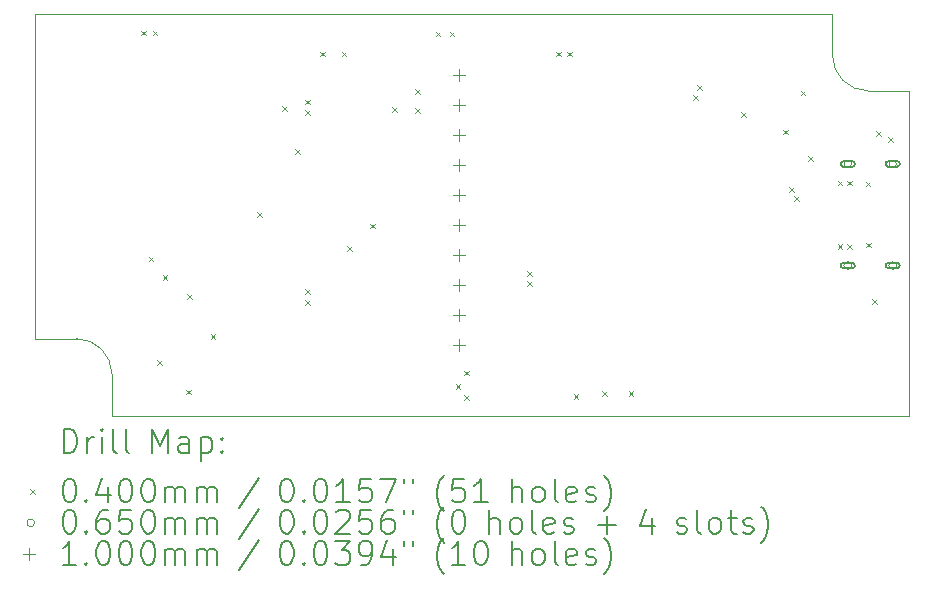
<source format=gbr>
%FSLAX45Y45*%
G04 Gerber Fmt 4.5, Leading zero omitted, Abs format (unit mm)*
G04 Created by KiCad (PCBNEW 6.99.0-unknown-58b8d63ff8~148~ubuntu20.04.1) date 2022-03-11 11:46:25*
%MOMM*%
%LPD*%
G01*
G04 APERTURE LIST*
%TA.AperFunction,Profile*%
%ADD10C,0.100000*%
%TD*%
%ADD11C,0.200000*%
%ADD12C,0.040000*%
%ADD13C,0.065000*%
%ADD14C,0.100000*%
G04 APERTURE END LIST*
D10*
X15750000Y-8600000D02*
X15750000Y-8950000D01*
X9650000Y-12000000D02*
X16400000Y-12000000D01*
X15750000Y-8950000D02*
G75*
G03*
X16050000Y-9250000I300000J0D01*
G01*
X9000000Y-11350000D02*
X9350000Y-11350000D01*
X16400000Y-9250000D02*
X16100000Y-9250000D01*
X16100000Y-9250000D02*
X16050000Y-9250000D01*
X15750000Y-8600000D02*
X9000000Y-8600000D01*
X9650000Y-12000000D02*
X9650000Y-11650000D01*
X9000000Y-8600000D02*
X9000000Y-11350000D01*
X16400000Y-12000000D02*
X16400000Y-9250000D01*
X9650000Y-11650000D02*
G75*
G03*
X9350000Y-11350000I-300000J0D01*
G01*
D11*
D12*
X9900000Y-8740000D02*
X9940000Y-8780000D01*
X9940000Y-8740000D02*
X9900000Y-8780000D01*
X9960000Y-10655000D02*
X10000000Y-10695000D01*
X10000000Y-10655000D02*
X9960000Y-10695000D01*
X9995000Y-8740000D02*
X10035000Y-8780000D01*
X10035000Y-8740000D02*
X9995000Y-8780000D01*
X10030000Y-11530000D02*
X10070000Y-11570000D01*
X10070000Y-11530000D02*
X10030000Y-11570000D01*
X10080000Y-10810000D02*
X10120000Y-10850000D01*
X10120000Y-10810000D02*
X10080000Y-10850000D01*
X10280000Y-11780000D02*
X10320000Y-11820000D01*
X10320000Y-11780000D02*
X10280000Y-11820000D01*
X10285000Y-10970000D02*
X10325000Y-11010000D01*
X10325000Y-10970000D02*
X10285000Y-11010000D01*
X10485000Y-11310000D02*
X10525000Y-11350000D01*
X10525000Y-11310000D02*
X10485000Y-11350000D01*
X10880000Y-10275000D02*
X10920000Y-10315000D01*
X10920000Y-10275000D02*
X10880000Y-10315000D01*
X11090000Y-9380000D02*
X11130000Y-9420000D01*
X11130000Y-9380000D02*
X11090000Y-9420000D01*
X11200000Y-9745000D02*
X11240000Y-9785000D01*
X11240000Y-9745000D02*
X11200000Y-9785000D01*
X11285000Y-9325000D02*
X11325000Y-9365000D01*
X11325000Y-9325000D02*
X11285000Y-9365000D01*
X11285000Y-9415000D02*
X11325000Y-9455000D01*
X11325000Y-9415000D02*
X11285000Y-9455000D01*
X11285000Y-10930000D02*
X11325000Y-10970000D01*
X11325000Y-10930000D02*
X11285000Y-10970000D01*
X11285000Y-11020000D02*
X11325000Y-11060000D01*
X11325000Y-11020000D02*
X11285000Y-11060000D01*
X11415000Y-8920000D02*
X11455000Y-8960000D01*
X11455000Y-8920000D02*
X11415000Y-8960000D01*
X11595000Y-8920000D02*
X11635000Y-8960000D01*
X11635000Y-8920000D02*
X11595000Y-8960000D01*
X11640000Y-10565000D02*
X11680000Y-10605000D01*
X11680000Y-10565000D02*
X11640000Y-10605000D01*
X11835000Y-10375000D02*
X11875000Y-10415000D01*
X11875000Y-10375000D02*
X11835000Y-10415000D01*
X12020000Y-9390000D02*
X12060000Y-9430000D01*
X12060000Y-9390000D02*
X12020000Y-9430000D01*
X12215000Y-9235000D02*
X12255000Y-9275000D01*
X12255000Y-9235000D02*
X12215000Y-9275000D01*
X12215000Y-9395000D02*
X12255000Y-9435000D01*
X12255000Y-9395000D02*
X12215000Y-9435000D01*
X12390000Y-8750000D02*
X12430000Y-8790000D01*
X12430000Y-8750000D02*
X12390000Y-8790000D01*
X12510000Y-8750000D02*
X12550000Y-8790000D01*
X12550000Y-8750000D02*
X12510000Y-8790000D01*
X12559324Y-11736874D02*
X12599324Y-11776874D01*
X12599324Y-11736874D02*
X12559324Y-11776874D01*
X12630000Y-11620000D02*
X12670000Y-11660000D01*
X12670000Y-11620000D02*
X12630000Y-11660000D01*
X12630000Y-11830000D02*
X12670000Y-11870000D01*
X12670000Y-11830000D02*
X12630000Y-11870000D01*
X13165000Y-10780000D02*
X13205000Y-10820000D01*
X13205000Y-10780000D02*
X13165000Y-10820000D01*
X13165000Y-10865000D02*
X13205000Y-10905000D01*
X13205000Y-10865000D02*
X13165000Y-10905000D01*
X13410000Y-8920000D02*
X13450000Y-8960000D01*
X13450000Y-8920000D02*
X13410000Y-8960000D01*
X13505000Y-8920000D02*
X13545000Y-8960000D01*
X13545000Y-8920000D02*
X13505000Y-8960000D01*
X13560000Y-11820000D02*
X13600000Y-11860000D01*
X13600000Y-11820000D02*
X13560000Y-11860000D01*
X13800000Y-11795000D02*
X13840000Y-11835000D01*
X13840000Y-11795000D02*
X13800000Y-11835000D01*
X14025000Y-11795000D02*
X14065000Y-11835000D01*
X14065000Y-11795000D02*
X14025000Y-11835000D01*
X14570000Y-9290000D02*
X14610000Y-9330000D01*
X14610000Y-9290000D02*
X14570000Y-9330000D01*
X14605000Y-9205000D02*
X14645000Y-9245000D01*
X14645000Y-9205000D02*
X14605000Y-9245000D01*
X14980000Y-9430000D02*
X15020000Y-9470000D01*
X15020000Y-9430000D02*
X14980000Y-9470000D01*
X15335000Y-9580000D02*
X15375000Y-9620000D01*
X15375000Y-9580000D02*
X15335000Y-9620000D01*
X15385000Y-10065000D02*
X15425000Y-10105000D01*
X15425000Y-10065000D02*
X15385000Y-10105000D01*
X15425000Y-10145000D02*
X15465000Y-10185000D01*
X15465000Y-10145000D02*
X15425000Y-10185000D01*
X15480000Y-9250000D02*
X15520000Y-9290000D01*
X15520000Y-9250000D02*
X15480000Y-9290000D01*
X15545000Y-9805000D02*
X15585000Y-9845000D01*
X15585000Y-9805000D02*
X15545000Y-9845000D01*
X15795000Y-10010000D02*
X15835000Y-10050000D01*
X15835000Y-10010000D02*
X15795000Y-10050000D01*
X15795000Y-10550000D02*
X15835000Y-10590000D01*
X15835000Y-10550000D02*
X15795000Y-10590000D01*
X15875000Y-10010000D02*
X15915000Y-10050000D01*
X15915000Y-10010000D02*
X15875000Y-10050000D01*
X15875000Y-10550000D02*
X15915000Y-10590000D01*
X15915000Y-10550000D02*
X15875000Y-10590000D01*
X16030000Y-10020000D02*
X16070000Y-10060000D01*
X16070000Y-10020000D02*
X16030000Y-10060000D01*
X16035000Y-10535000D02*
X16075000Y-10575000D01*
X16075000Y-10535000D02*
X16035000Y-10575000D01*
X16085000Y-11015000D02*
X16125000Y-11055000D01*
X16125000Y-11015000D02*
X16085000Y-11055000D01*
X16120000Y-9595000D02*
X16160000Y-9635000D01*
X16160000Y-9595000D02*
X16120000Y-9635000D01*
X16220000Y-9645000D02*
X16260000Y-9685000D01*
X16260000Y-9645000D02*
X16220000Y-9685000D01*
D13*
X15912500Y-9870000D02*
G75*
G03*
X15912500Y-9870000I-32500J0D01*
G01*
D11*
X15842500Y-9892500D02*
X15917500Y-9892500D01*
X15842500Y-9847500D02*
X15917500Y-9847500D01*
X15917500Y-9892500D02*
G75*
G03*
X15917500Y-9847500I0J22500D01*
G01*
X15842500Y-9847500D02*
G75*
G03*
X15842500Y-9892500I0J-22500D01*
G01*
D13*
X15912500Y-10730000D02*
G75*
G03*
X15912500Y-10730000I-32500J0D01*
G01*
D11*
X15842500Y-10752500D02*
X15917500Y-10752500D01*
X15842500Y-10707500D02*
X15917500Y-10707500D01*
X15917500Y-10752500D02*
G75*
G03*
X15917500Y-10707500I0J22500D01*
G01*
X15842500Y-10707500D02*
G75*
G03*
X15842500Y-10752500I0J-22500D01*
G01*
D13*
X16292500Y-9870000D02*
G75*
G03*
X16292500Y-9870000I-32500J0D01*
G01*
D11*
X16222500Y-9892500D02*
X16297500Y-9892500D01*
X16222500Y-9847500D02*
X16297500Y-9847500D01*
X16297500Y-9892500D02*
G75*
G03*
X16297500Y-9847500I0J22500D01*
G01*
X16222500Y-9847500D02*
G75*
G03*
X16222500Y-9892500I0J-22500D01*
G01*
D13*
X16292500Y-10730000D02*
G75*
G03*
X16292500Y-10730000I-32500J0D01*
G01*
D11*
X16222500Y-10752500D02*
X16297500Y-10752500D01*
X16222500Y-10707500D02*
X16297500Y-10707500D01*
X16297500Y-10752500D02*
G75*
G03*
X16297500Y-10707500I0J22500D01*
G01*
X16222500Y-10707500D02*
G75*
G03*
X16222500Y-10752500I0J-22500D01*
G01*
D14*
X12590000Y-9069000D02*
X12590000Y-9169000D01*
X12540000Y-9119000D02*
X12640000Y-9119000D01*
X12590000Y-9323000D02*
X12590000Y-9423000D01*
X12540000Y-9373000D02*
X12640000Y-9373000D01*
X12590000Y-9577000D02*
X12590000Y-9677000D01*
X12540000Y-9627000D02*
X12640000Y-9627000D01*
X12590000Y-9831000D02*
X12590000Y-9931000D01*
X12540000Y-9881000D02*
X12640000Y-9881000D01*
X12590000Y-10085000D02*
X12590000Y-10185000D01*
X12540000Y-10135000D02*
X12640000Y-10135000D01*
X12590000Y-10339000D02*
X12590000Y-10439000D01*
X12540000Y-10389000D02*
X12640000Y-10389000D01*
X12590000Y-10593000D02*
X12590000Y-10693000D01*
X12540000Y-10643000D02*
X12640000Y-10643000D01*
X12590000Y-10847000D02*
X12590000Y-10947000D01*
X12540000Y-10897000D02*
X12640000Y-10897000D01*
X12590000Y-11101000D02*
X12590000Y-11201000D01*
X12540000Y-11151000D02*
X12640000Y-11151000D01*
X12590000Y-11355000D02*
X12590000Y-11455000D01*
X12540000Y-11405000D02*
X12640000Y-11405000D01*
D11*
X9242619Y-12315476D02*
X9242619Y-12115476D01*
X9242619Y-12115476D02*
X9290238Y-12115476D01*
X9290238Y-12115476D02*
X9318810Y-12125000D01*
X9318810Y-12125000D02*
X9337857Y-12144048D01*
X9337857Y-12144048D02*
X9347381Y-12163095D01*
X9347381Y-12163095D02*
X9356905Y-12201190D01*
X9356905Y-12201190D02*
X9356905Y-12229762D01*
X9356905Y-12229762D02*
X9347381Y-12267857D01*
X9347381Y-12267857D02*
X9337857Y-12286905D01*
X9337857Y-12286905D02*
X9318810Y-12305952D01*
X9318810Y-12305952D02*
X9290238Y-12315476D01*
X9290238Y-12315476D02*
X9242619Y-12315476D01*
X9442619Y-12315476D02*
X9442619Y-12182143D01*
X9442619Y-12220238D02*
X9452143Y-12201190D01*
X9452143Y-12201190D02*
X9461667Y-12191667D01*
X9461667Y-12191667D02*
X9480714Y-12182143D01*
X9480714Y-12182143D02*
X9499762Y-12182143D01*
X9566429Y-12315476D02*
X9566429Y-12182143D01*
X9566429Y-12115476D02*
X9556905Y-12125000D01*
X9556905Y-12125000D02*
X9566429Y-12134524D01*
X9566429Y-12134524D02*
X9575952Y-12125000D01*
X9575952Y-12125000D02*
X9566429Y-12115476D01*
X9566429Y-12115476D02*
X9566429Y-12134524D01*
X9690238Y-12315476D02*
X9671190Y-12305952D01*
X9671190Y-12305952D02*
X9661667Y-12286905D01*
X9661667Y-12286905D02*
X9661667Y-12115476D01*
X9795000Y-12315476D02*
X9775952Y-12305952D01*
X9775952Y-12305952D02*
X9766429Y-12286905D01*
X9766429Y-12286905D02*
X9766429Y-12115476D01*
X9991190Y-12315476D02*
X9991190Y-12115476D01*
X9991190Y-12115476D02*
X10057857Y-12258333D01*
X10057857Y-12258333D02*
X10124524Y-12115476D01*
X10124524Y-12115476D02*
X10124524Y-12315476D01*
X10305476Y-12315476D02*
X10305476Y-12210714D01*
X10305476Y-12210714D02*
X10295952Y-12191667D01*
X10295952Y-12191667D02*
X10276905Y-12182143D01*
X10276905Y-12182143D02*
X10238809Y-12182143D01*
X10238809Y-12182143D02*
X10219762Y-12191667D01*
X10305476Y-12305952D02*
X10286429Y-12315476D01*
X10286429Y-12315476D02*
X10238809Y-12315476D01*
X10238809Y-12315476D02*
X10219762Y-12305952D01*
X10219762Y-12305952D02*
X10210238Y-12286905D01*
X10210238Y-12286905D02*
X10210238Y-12267857D01*
X10210238Y-12267857D02*
X10219762Y-12248809D01*
X10219762Y-12248809D02*
X10238809Y-12239286D01*
X10238809Y-12239286D02*
X10286429Y-12239286D01*
X10286429Y-12239286D02*
X10305476Y-12229762D01*
X10400714Y-12182143D02*
X10400714Y-12382143D01*
X10400714Y-12191667D02*
X10419762Y-12182143D01*
X10419762Y-12182143D02*
X10457857Y-12182143D01*
X10457857Y-12182143D02*
X10476905Y-12191667D01*
X10476905Y-12191667D02*
X10486429Y-12201190D01*
X10486429Y-12201190D02*
X10495952Y-12220238D01*
X10495952Y-12220238D02*
X10495952Y-12277381D01*
X10495952Y-12277381D02*
X10486429Y-12296428D01*
X10486429Y-12296428D02*
X10476905Y-12305952D01*
X10476905Y-12305952D02*
X10457857Y-12315476D01*
X10457857Y-12315476D02*
X10419762Y-12315476D01*
X10419762Y-12315476D02*
X10400714Y-12305952D01*
X10581667Y-12296428D02*
X10591190Y-12305952D01*
X10591190Y-12305952D02*
X10581667Y-12315476D01*
X10581667Y-12315476D02*
X10572143Y-12305952D01*
X10572143Y-12305952D02*
X10581667Y-12296428D01*
X10581667Y-12296428D02*
X10581667Y-12315476D01*
X10581667Y-12191667D02*
X10591190Y-12201190D01*
X10591190Y-12201190D02*
X10581667Y-12210714D01*
X10581667Y-12210714D02*
X10572143Y-12201190D01*
X10572143Y-12201190D02*
X10581667Y-12191667D01*
X10581667Y-12191667D02*
X10581667Y-12210714D01*
D12*
X8955000Y-12625000D02*
X8995000Y-12665000D01*
X8995000Y-12625000D02*
X8955000Y-12665000D01*
D11*
X9280714Y-12535476D02*
X9299762Y-12535476D01*
X9299762Y-12535476D02*
X9318810Y-12545000D01*
X9318810Y-12545000D02*
X9328333Y-12554524D01*
X9328333Y-12554524D02*
X9337857Y-12573571D01*
X9337857Y-12573571D02*
X9347381Y-12611667D01*
X9347381Y-12611667D02*
X9347381Y-12659286D01*
X9347381Y-12659286D02*
X9337857Y-12697381D01*
X9337857Y-12697381D02*
X9328333Y-12716428D01*
X9328333Y-12716428D02*
X9318810Y-12725952D01*
X9318810Y-12725952D02*
X9299762Y-12735476D01*
X9299762Y-12735476D02*
X9280714Y-12735476D01*
X9280714Y-12735476D02*
X9261667Y-12725952D01*
X9261667Y-12725952D02*
X9252143Y-12716428D01*
X9252143Y-12716428D02*
X9242619Y-12697381D01*
X9242619Y-12697381D02*
X9233095Y-12659286D01*
X9233095Y-12659286D02*
X9233095Y-12611667D01*
X9233095Y-12611667D02*
X9242619Y-12573571D01*
X9242619Y-12573571D02*
X9252143Y-12554524D01*
X9252143Y-12554524D02*
X9261667Y-12545000D01*
X9261667Y-12545000D02*
X9280714Y-12535476D01*
X9433095Y-12716428D02*
X9442619Y-12725952D01*
X9442619Y-12725952D02*
X9433095Y-12735476D01*
X9433095Y-12735476D02*
X9423571Y-12725952D01*
X9423571Y-12725952D02*
X9433095Y-12716428D01*
X9433095Y-12716428D02*
X9433095Y-12735476D01*
X9614048Y-12602143D02*
X9614048Y-12735476D01*
X9566429Y-12525952D02*
X9518810Y-12668809D01*
X9518810Y-12668809D02*
X9642619Y-12668809D01*
X9756905Y-12535476D02*
X9775952Y-12535476D01*
X9775952Y-12535476D02*
X9795000Y-12545000D01*
X9795000Y-12545000D02*
X9804524Y-12554524D01*
X9804524Y-12554524D02*
X9814048Y-12573571D01*
X9814048Y-12573571D02*
X9823571Y-12611667D01*
X9823571Y-12611667D02*
X9823571Y-12659286D01*
X9823571Y-12659286D02*
X9814048Y-12697381D01*
X9814048Y-12697381D02*
X9804524Y-12716428D01*
X9804524Y-12716428D02*
X9795000Y-12725952D01*
X9795000Y-12725952D02*
X9775952Y-12735476D01*
X9775952Y-12735476D02*
X9756905Y-12735476D01*
X9756905Y-12735476D02*
X9737857Y-12725952D01*
X9737857Y-12725952D02*
X9728333Y-12716428D01*
X9728333Y-12716428D02*
X9718810Y-12697381D01*
X9718810Y-12697381D02*
X9709286Y-12659286D01*
X9709286Y-12659286D02*
X9709286Y-12611667D01*
X9709286Y-12611667D02*
X9718810Y-12573571D01*
X9718810Y-12573571D02*
X9728333Y-12554524D01*
X9728333Y-12554524D02*
X9737857Y-12545000D01*
X9737857Y-12545000D02*
X9756905Y-12535476D01*
X9947381Y-12535476D02*
X9966429Y-12535476D01*
X9966429Y-12535476D02*
X9985476Y-12545000D01*
X9985476Y-12545000D02*
X9995000Y-12554524D01*
X9995000Y-12554524D02*
X10004524Y-12573571D01*
X10004524Y-12573571D02*
X10014048Y-12611667D01*
X10014048Y-12611667D02*
X10014048Y-12659286D01*
X10014048Y-12659286D02*
X10004524Y-12697381D01*
X10004524Y-12697381D02*
X9995000Y-12716428D01*
X9995000Y-12716428D02*
X9985476Y-12725952D01*
X9985476Y-12725952D02*
X9966429Y-12735476D01*
X9966429Y-12735476D02*
X9947381Y-12735476D01*
X9947381Y-12735476D02*
X9928333Y-12725952D01*
X9928333Y-12725952D02*
X9918810Y-12716428D01*
X9918810Y-12716428D02*
X9909286Y-12697381D01*
X9909286Y-12697381D02*
X9899762Y-12659286D01*
X9899762Y-12659286D02*
X9899762Y-12611667D01*
X9899762Y-12611667D02*
X9909286Y-12573571D01*
X9909286Y-12573571D02*
X9918810Y-12554524D01*
X9918810Y-12554524D02*
X9928333Y-12545000D01*
X9928333Y-12545000D02*
X9947381Y-12535476D01*
X10099762Y-12735476D02*
X10099762Y-12602143D01*
X10099762Y-12621190D02*
X10109286Y-12611667D01*
X10109286Y-12611667D02*
X10128333Y-12602143D01*
X10128333Y-12602143D02*
X10156905Y-12602143D01*
X10156905Y-12602143D02*
X10175952Y-12611667D01*
X10175952Y-12611667D02*
X10185476Y-12630714D01*
X10185476Y-12630714D02*
X10185476Y-12735476D01*
X10185476Y-12630714D02*
X10195000Y-12611667D01*
X10195000Y-12611667D02*
X10214048Y-12602143D01*
X10214048Y-12602143D02*
X10242619Y-12602143D01*
X10242619Y-12602143D02*
X10261667Y-12611667D01*
X10261667Y-12611667D02*
X10271191Y-12630714D01*
X10271191Y-12630714D02*
X10271191Y-12735476D01*
X10366429Y-12735476D02*
X10366429Y-12602143D01*
X10366429Y-12621190D02*
X10375952Y-12611667D01*
X10375952Y-12611667D02*
X10395000Y-12602143D01*
X10395000Y-12602143D02*
X10423572Y-12602143D01*
X10423572Y-12602143D02*
X10442619Y-12611667D01*
X10442619Y-12611667D02*
X10452143Y-12630714D01*
X10452143Y-12630714D02*
X10452143Y-12735476D01*
X10452143Y-12630714D02*
X10461667Y-12611667D01*
X10461667Y-12611667D02*
X10480714Y-12602143D01*
X10480714Y-12602143D02*
X10509286Y-12602143D01*
X10509286Y-12602143D02*
X10528333Y-12611667D01*
X10528333Y-12611667D02*
X10537857Y-12630714D01*
X10537857Y-12630714D02*
X10537857Y-12735476D01*
X10895952Y-12525952D02*
X10724524Y-12783095D01*
X11120714Y-12535476D02*
X11139762Y-12535476D01*
X11139762Y-12535476D02*
X11158810Y-12545000D01*
X11158810Y-12545000D02*
X11168333Y-12554524D01*
X11168333Y-12554524D02*
X11177857Y-12573571D01*
X11177857Y-12573571D02*
X11187381Y-12611667D01*
X11187381Y-12611667D02*
X11187381Y-12659286D01*
X11187381Y-12659286D02*
X11177857Y-12697381D01*
X11177857Y-12697381D02*
X11168333Y-12716428D01*
X11168333Y-12716428D02*
X11158810Y-12725952D01*
X11158810Y-12725952D02*
X11139762Y-12735476D01*
X11139762Y-12735476D02*
X11120714Y-12735476D01*
X11120714Y-12735476D02*
X11101667Y-12725952D01*
X11101667Y-12725952D02*
X11092143Y-12716428D01*
X11092143Y-12716428D02*
X11082619Y-12697381D01*
X11082619Y-12697381D02*
X11073095Y-12659286D01*
X11073095Y-12659286D02*
X11073095Y-12611667D01*
X11073095Y-12611667D02*
X11082619Y-12573571D01*
X11082619Y-12573571D02*
X11092143Y-12554524D01*
X11092143Y-12554524D02*
X11101667Y-12545000D01*
X11101667Y-12545000D02*
X11120714Y-12535476D01*
X11273095Y-12716428D02*
X11282619Y-12725952D01*
X11282619Y-12725952D02*
X11273095Y-12735476D01*
X11273095Y-12735476D02*
X11263571Y-12725952D01*
X11263571Y-12725952D02*
X11273095Y-12716428D01*
X11273095Y-12716428D02*
X11273095Y-12735476D01*
X11406429Y-12535476D02*
X11425476Y-12535476D01*
X11425476Y-12535476D02*
X11444524Y-12545000D01*
X11444524Y-12545000D02*
X11454048Y-12554524D01*
X11454048Y-12554524D02*
X11463571Y-12573571D01*
X11463571Y-12573571D02*
X11473095Y-12611667D01*
X11473095Y-12611667D02*
X11473095Y-12659286D01*
X11473095Y-12659286D02*
X11463571Y-12697381D01*
X11463571Y-12697381D02*
X11454048Y-12716428D01*
X11454048Y-12716428D02*
X11444524Y-12725952D01*
X11444524Y-12725952D02*
X11425476Y-12735476D01*
X11425476Y-12735476D02*
X11406429Y-12735476D01*
X11406429Y-12735476D02*
X11387381Y-12725952D01*
X11387381Y-12725952D02*
X11377857Y-12716428D01*
X11377857Y-12716428D02*
X11368333Y-12697381D01*
X11368333Y-12697381D02*
X11358810Y-12659286D01*
X11358810Y-12659286D02*
X11358810Y-12611667D01*
X11358810Y-12611667D02*
X11368333Y-12573571D01*
X11368333Y-12573571D02*
X11377857Y-12554524D01*
X11377857Y-12554524D02*
X11387381Y-12545000D01*
X11387381Y-12545000D02*
X11406429Y-12535476D01*
X11663571Y-12735476D02*
X11549286Y-12735476D01*
X11606429Y-12735476D02*
X11606429Y-12535476D01*
X11606429Y-12535476D02*
X11587381Y-12564048D01*
X11587381Y-12564048D02*
X11568333Y-12583095D01*
X11568333Y-12583095D02*
X11549286Y-12592619D01*
X11844524Y-12535476D02*
X11749286Y-12535476D01*
X11749286Y-12535476D02*
X11739762Y-12630714D01*
X11739762Y-12630714D02*
X11749286Y-12621190D01*
X11749286Y-12621190D02*
X11768333Y-12611667D01*
X11768333Y-12611667D02*
X11815952Y-12611667D01*
X11815952Y-12611667D02*
X11835000Y-12621190D01*
X11835000Y-12621190D02*
X11844524Y-12630714D01*
X11844524Y-12630714D02*
X11854048Y-12649762D01*
X11854048Y-12649762D02*
X11854048Y-12697381D01*
X11854048Y-12697381D02*
X11844524Y-12716428D01*
X11844524Y-12716428D02*
X11835000Y-12725952D01*
X11835000Y-12725952D02*
X11815952Y-12735476D01*
X11815952Y-12735476D02*
X11768333Y-12735476D01*
X11768333Y-12735476D02*
X11749286Y-12725952D01*
X11749286Y-12725952D02*
X11739762Y-12716428D01*
X11920714Y-12535476D02*
X12054048Y-12535476D01*
X12054048Y-12535476D02*
X11968333Y-12735476D01*
X12120714Y-12535476D02*
X12120714Y-12573571D01*
X12196905Y-12535476D02*
X12196905Y-12573571D01*
X12459762Y-12811667D02*
X12450238Y-12802143D01*
X12450238Y-12802143D02*
X12431191Y-12773571D01*
X12431191Y-12773571D02*
X12421667Y-12754524D01*
X12421667Y-12754524D02*
X12412143Y-12725952D01*
X12412143Y-12725952D02*
X12402619Y-12678333D01*
X12402619Y-12678333D02*
X12402619Y-12640238D01*
X12402619Y-12640238D02*
X12412143Y-12592619D01*
X12412143Y-12592619D02*
X12421667Y-12564048D01*
X12421667Y-12564048D02*
X12431191Y-12545000D01*
X12431191Y-12545000D02*
X12450238Y-12516428D01*
X12450238Y-12516428D02*
X12459762Y-12506905D01*
X12631191Y-12535476D02*
X12535952Y-12535476D01*
X12535952Y-12535476D02*
X12526429Y-12630714D01*
X12526429Y-12630714D02*
X12535952Y-12621190D01*
X12535952Y-12621190D02*
X12555000Y-12611667D01*
X12555000Y-12611667D02*
X12602619Y-12611667D01*
X12602619Y-12611667D02*
X12621667Y-12621190D01*
X12621667Y-12621190D02*
X12631191Y-12630714D01*
X12631191Y-12630714D02*
X12640714Y-12649762D01*
X12640714Y-12649762D02*
X12640714Y-12697381D01*
X12640714Y-12697381D02*
X12631191Y-12716428D01*
X12631191Y-12716428D02*
X12621667Y-12725952D01*
X12621667Y-12725952D02*
X12602619Y-12735476D01*
X12602619Y-12735476D02*
X12555000Y-12735476D01*
X12555000Y-12735476D02*
X12535952Y-12725952D01*
X12535952Y-12725952D02*
X12526429Y-12716428D01*
X12831191Y-12735476D02*
X12716905Y-12735476D01*
X12774048Y-12735476D02*
X12774048Y-12535476D01*
X12774048Y-12535476D02*
X12755000Y-12564048D01*
X12755000Y-12564048D02*
X12735952Y-12583095D01*
X12735952Y-12583095D02*
X12716905Y-12592619D01*
X13036905Y-12735476D02*
X13036905Y-12535476D01*
X13122619Y-12735476D02*
X13122619Y-12630714D01*
X13122619Y-12630714D02*
X13113095Y-12611667D01*
X13113095Y-12611667D02*
X13094048Y-12602143D01*
X13094048Y-12602143D02*
X13065476Y-12602143D01*
X13065476Y-12602143D02*
X13046429Y-12611667D01*
X13046429Y-12611667D02*
X13036905Y-12621190D01*
X13246429Y-12735476D02*
X13227381Y-12725952D01*
X13227381Y-12725952D02*
X13217857Y-12716428D01*
X13217857Y-12716428D02*
X13208333Y-12697381D01*
X13208333Y-12697381D02*
X13208333Y-12640238D01*
X13208333Y-12640238D02*
X13217857Y-12621190D01*
X13217857Y-12621190D02*
X13227381Y-12611667D01*
X13227381Y-12611667D02*
X13246429Y-12602143D01*
X13246429Y-12602143D02*
X13275000Y-12602143D01*
X13275000Y-12602143D02*
X13294048Y-12611667D01*
X13294048Y-12611667D02*
X13303572Y-12621190D01*
X13303572Y-12621190D02*
X13313095Y-12640238D01*
X13313095Y-12640238D02*
X13313095Y-12697381D01*
X13313095Y-12697381D02*
X13303572Y-12716428D01*
X13303572Y-12716428D02*
X13294048Y-12725952D01*
X13294048Y-12725952D02*
X13275000Y-12735476D01*
X13275000Y-12735476D02*
X13246429Y-12735476D01*
X13427381Y-12735476D02*
X13408333Y-12725952D01*
X13408333Y-12725952D02*
X13398810Y-12706905D01*
X13398810Y-12706905D02*
X13398810Y-12535476D01*
X13579762Y-12725952D02*
X13560714Y-12735476D01*
X13560714Y-12735476D02*
X13522619Y-12735476D01*
X13522619Y-12735476D02*
X13503572Y-12725952D01*
X13503572Y-12725952D02*
X13494048Y-12706905D01*
X13494048Y-12706905D02*
X13494048Y-12630714D01*
X13494048Y-12630714D02*
X13503572Y-12611667D01*
X13503572Y-12611667D02*
X13522619Y-12602143D01*
X13522619Y-12602143D02*
X13560714Y-12602143D01*
X13560714Y-12602143D02*
X13579762Y-12611667D01*
X13579762Y-12611667D02*
X13589286Y-12630714D01*
X13589286Y-12630714D02*
X13589286Y-12649762D01*
X13589286Y-12649762D02*
X13494048Y-12668809D01*
X13665476Y-12725952D02*
X13684524Y-12735476D01*
X13684524Y-12735476D02*
X13722619Y-12735476D01*
X13722619Y-12735476D02*
X13741667Y-12725952D01*
X13741667Y-12725952D02*
X13751191Y-12706905D01*
X13751191Y-12706905D02*
X13751191Y-12697381D01*
X13751191Y-12697381D02*
X13741667Y-12678333D01*
X13741667Y-12678333D02*
X13722619Y-12668809D01*
X13722619Y-12668809D02*
X13694048Y-12668809D01*
X13694048Y-12668809D02*
X13675000Y-12659286D01*
X13675000Y-12659286D02*
X13665476Y-12640238D01*
X13665476Y-12640238D02*
X13665476Y-12630714D01*
X13665476Y-12630714D02*
X13675000Y-12611667D01*
X13675000Y-12611667D02*
X13694048Y-12602143D01*
X13694048Y-12602143D02*
X13722619Y-12602143D01*
X13722619Y-12602143D02*
X13741667Y-12611667D01*
X13817857Y-12811667D02*
X13827381Y-12802143D01*
X13827381Y-12802143D02*
X13846429Y-12773571D01*
X13846429Y-12773571D02*
X13855953Y-12754524D01*
X13855953Y-12754524D02*
X13865476Y-12725952D01*
X13865476Y-12725952D02*
X13875000Y-12678333D01*
X13875000Y-12678333D02*
X13875000Y-12640238D01*
X13875000Y-12640238D02*
X13865476Y-12592619D01*
X13865476Y-12592619D02*
X13855953Y-12564048D01*
X13855953Y-12564048D02*
X13846429Y-12545000D01*
X13846429Y-12545000D02*
X13827381Y-12516428D01*
X13827381Y-12516428D02*
X13817857Y-12506905D01*
D13*
X8995000Y-12909000D02*
G75*
G03*
X8995000Y-12909000I-32500J0D01*
G01*
D11*
X9280714Y-12799476D02*
X9299762Y-12799476D01*
X9299762Y-12799476D02*
X9318810Y-12809000D01*
X9318810Y-12809000D02*
X9328333Y-12818524D01*
X9328333Y-12818524D02*
X9337857Y-12837571D01*
X9337857Y-12837571D02*
X9347381Y-12875667D01*
X9347381Y-12875667D02*
X9347381Y-12923286D01*
X9347381Y-12923286D02*
X9337857Y-12961381D01*
X9337857Y-12961381D02*
X9328333Y-12980428D01*
X9328333Y-12980428D02*
X9318810Y-12989952D01*
X9318810Y-12989952D02*
X9299762Y-12999476D01*
X9299762Y-12999476D02*
X9280714Y-12999476D01*
X9280714Y-12999476D02*
X9261667Y-12989952D01*
X9261667Y-12989952D02*
X9252143Y-12980428D01*
X9252143Y-12980428D02*
X9242619Y-12961381D01*
X9242619Y-12961381D02*
X9233095Y-12923286D01*
X9233095Y-12923286D02*
X9233095Y-12875667D01*
X9233095Y-12875667D02*
X9242619Y-12837571D01*
X9242619Y-12837571D02*
X9252143Y-12818524D01*
X9252143Y-12818524D02*
X9261667Y-12809000D01*
X9261667Y-12809000D02*
X9280714Y-12799476D01*
X9433095Y-12980428D02*
X9442619Y-12989952D01*
X9442619Y-12989952D02*
X9433095Y-12999476D01*
X9433095Y-12999476D02*
X9423571Y-12989952D01*
X9423571Y-12989952D02*
X9433095Y-12980428D01*
X9433095Y-12980428D02*
X9433095Y-12999476D01*
X9614048Y-12799476D02*
X9575952Y-12799476D01*
X9575952Y-12799476D02*
X9556905Y-12809000D01*
X9556905Y-12809000D02*
X9547381Y-12818524D01*
X9547381Y-12818524D02*
X9528333Y-12847095D01*
X9528333Y-12847095D02*
X9518810Y-12885190D01*
X9518810Y-12885190D02*
X9518810Y-12961381D01*
X9518810Y-12961381D02*
X9528333Y-12980428D01*
X9528333Y-12980428D02*
X9537857Y-12989952D01*
X9537857Y-12989952D02*
X9556905Y-12999476D01*
X9556905Y-12999476D02*
X9595000Y-12999476D01*
X9595000Y-12999476D02*
X9614048Y-12989952D01*
X9614048Y-12989952D02*
X9623571Y-12980428D01*
X9623571Y-12980428D02*
X9633095Y-12961381D01*
X9633095Y-12961381D02*
X9633095Y-12913762D01*
X9633095Y-12913762D02*
X9623571Y-12894714D01*
X9623571Y-12894714D02*
X9614048Y-12885190D01*
X9614048Y-12885190D02*
X9595000Y-12875667D01*
X9595000Y-12875667D02*
X9556905Y-12875667D01*
X9556905Y-12875667D02*
X9537857Y-12885190D01*
X9537857Y-12885190D02*
X9528333Y-12894714D01*
X9528333Y-12894714D02*
X9518810Y-12913762D01*
X9814048Y-12799476D02*
X9718810Y-12799476D01*
X9718810Y-12799476D02*
X9709286Y-12894714D01*
X9709286Y-12894714D02*
X9718810Y-12885190D01*
X9718810Y-12885190D02*
X9737857Y-12875667D01*
X9737857Y-12875667D02*
X9785476Y-12875667D01*
X9785476Y-12875667D02*
X9804524Y-12885190D01*
X9804524Y-12885190D02*
X9814048Y-12894714D01*
X9814048Y-12894714D02*
X9823571Y-12913762D01*
X9823571Y-12913762D02*
X9823571Y-12961381D01*
X9823571Y-12961381D02*
X9814048Y-12980428D01*
X9814048Y-12980428D02*
X9804524Y-12989952D01*
X9804524Y-12989952D02*
X9785476Y-12999476D01*
X9785476Y-12999476D02*
X9737857Y-12999476D01*
X9737857Y-12999476D02*
X9718810Y-12989952D01*
X9718810Y-12989952D02*
X9709286Y-12980428D01*
X9947381Y-12799476D02*
X9966429Y-12799476D01*
X9966429Y-12799476D02*
X9985476Y-12809000D01*
X9985476Y-12809000D02*
X9995000Y-12818524D01*
X9995000Y-12818524D02*
X10004524Y-12837571D01*
X10004524Y-12837571D02*
X10014048Y-12875667D01*
X10014048Y-12875667D02*
X10014048Y-12923286D01*
X10014048Y-12923286D02*
X10004524Y-12961381D01*
X10004524Y-12961381D02*
X9995000Y-12980428D01*
X9995000Y-12980428D02*
X9985476Y-12989952D01*
X9985476Y-12989952D02*
X9966429Y-12999476D01*
X9966429Y-12999476D02*
X9947381Y-12999476D01*
X9947381Y-12999476D02*
X9928333Y-12989952D01*
X9928333Y-12989952D02*
X9918810Y-12980428D01*
X9918810Y-12980428D02*
X9909286Y-12961381D01*
X9909286Y-12961381D02*
X9899762Y-12923286D01*
X9899762Y-12923286D02*
X9899762Y-12875667D01*
X9899762Y-12875667D02*
X9909286Y-12837571D01*
X9909286Y-12837571D02*
X9918810Y-12818524D01*
X9918810Y-12818524D02*
X9928333Y-12809000D01*
X9928333Y-12809000D02*
X9947381Y-12799476D01*
X10099762Y-12999476D02*
X10099762Y-12866143D01*
X10099762Y-12885190D02*
X10109286Y-12875667D01*
X10109286Y-12875667D02*
X10128333Y-12866143D01*
X10128333Y-12866143D02*
X10156905Y-12866143D01*
X10156905Y-12866143D02*
X10175952Y-12875667D01*
X10175952Y-12875667D02*
X10185476Y-12894714D01*
X10185476Y-12894714D02*
X10185476Y-12999476D01*
X10185476Y-12894714D02*
X10195000Y-12875667D01*
X10195000Y-12875667D02*
X10214048Y-12866143D01*
X10214048Y-12866143D02*
X10242619Y-12866143D01*
X10242619Y-12866143D02*
X10261667Y-12875667D01*
X10261667Y-12875667D02*
X10271191Y-12894714D01*
X10271191Y-12894714D02*
X10271191Y-12999476D01*
X10366429Y-12999476D02*
X10366429Y-12866143D01*
X10366429Y-12885190D02*
X10375952Y-12875667D01*
X10375952Y-12875667D02*
X10395000Y-12866143D01*
X10395000Y-12866143D02*
X10423572Y-12866143D01*
X10423572Y-12866143D02*
X10442619Y-12875667D01*
X10442619Y-12875667D02*
X10452143Y-12894714D01*
X10452143Y-12894714D02*
X10452143Y-12999476D01*
X10452143Y-12894714D02*
X10461667Y-12875667D01*
X10461667Y-12875667D02*
X10480714Y-12866143D01*
X10480714Y-12866143D02*
X10509286Y-12866143D01*
X10509286Y-12866143D02*
X10528333Y-12875667D01*
X10528333Y-12875667D02*
X10537857Y-12894714D01*
X10537857Y-12894714D02*
X10537857Y-12999476D01*
X10895952Y-12789952D02*
X10724524Y-13047095D01*
X11120714Y-12799476D02*
X11139762Y-12799476D01*
X11139762Y-12799476D02*
X11158810Y-12809000D01*
X11158810Y-12809000D02*
X11168333Y-12818524D01*
X11168333Y-12818524D02*
X11177857Y-12837571D01*
X11177857Y-12837571D02*
X11187381Y-12875667D01*
X11187381Y-12875667D02*
X11187381Y-12923286D01*
X11187381Y-12923286D02*
X11177857Y-12961381D01*
X11177857Y-12961381D02*
X11168333Y-12980428D01*
X11168333Y-12980428D02*
X11158810Y-12989952D01*
X11158810Y-12989952D02*
X11139762Y-12999476D01*
X11139762Y-12999476D02*
X11120714Y-12999476D01*
X11120714Y-12999476D02*
X11101667Y-12989952D01*
X11101667Y-12989952D02*
X11092143Y-12980428D01*
X11092143Y-12980428D02*
X11082619Y-12961381D01*
X11082619Y-12961381D02*
X11073095Y-12923286D01*
X11073095Y-12923286D02*
X11073095Y-12875667D01*
X11073095Y-12875667D02*
X11082619Y-12837571D01*
X11082619Y-12837571D02*
X11092143Y-12818524D01*
X11092143Y-12818524D02*
X11101667Y-12809000D01*
X11101667Y-12809000D02*
X11120714Y-12799476D01*
X11273095Y-12980428D02*
X11282619Y-12989952D01*
X11282619Y-12989952D02*
X11273095Y-12999476D01*
X11273095Y-12999476D02*
X11263571Y-12989952D01*
X11263571Y-12989952D02*
X11273095Y-12980428D01*
X11273095Y-12980428D02*
X11273095Y-12999476D01*
X11406429Y-12799476D02*
X11425476Y-12799476D01*
X11425476Y-12799476D02*
X11444524Y-12809000D01*
X11444524Y-12809000D02*
X11454048Y-12818524D01*
X11454048Y-12818524D02*
X11463571Y-12837571D01*
X11463571Y-12837571D02*
X11473095Y-12875667D01*
X11473095Y-12875667D02*
X11473095Y-12923286D01*
X11473095Y-12923286D02*
X11463571Y-12961381D01*
X11463571Y-12961381D02*
X11454048Y-12980428D01*
X11454048Y-12980428D02*
X11444524Y-12989952D01*
X11444524Y-12989952D02*
X11425476Y-12999476D01*
X11425476Y-12999476D02*
X11406429Y-12999476D01*
X11406429Y-12999476D02*
X11387381Y-12989952D01*
X11387381Y-12989952D02*
X11377857Y-12980428D01*
X11377857Y-12980428D02*
X11368333Y-12961381D01*
X11368333Y-12961381D02*
X11358810Y-12923286D01*
X11358810Y-12923286D02*
X11358810Y-12875667D01*
X11358810Y-12875667D02*
X11368333Y-12837571D01*
X11368333Y-12837571D02*
X11377857Y-12818524D01*
X11377857Y-12818524D02*
X11387381Y-12809000D01*
X11387381Y-12809000D02*
X11406429Y-12799476D01*
X11549286Y-12818524D02*
X11558810Y-12809000D01*
X11558810Y-12809000D02*
X11577857Y-12799476D01*
X11577857Y-12799476D02*
X11625476Y-12799476D01*
X11625476Y-12799476D02*
X11644524Y-12809000D01*
X11644524Y-12809000D02*
X11654048Y-12818524D01*
X11654048Y-12818524D02*
X11663571Y-12837571D01*
X11663571Y-12837571D02*
X11663571Y-12856619D01*
X11663571Y-12856619D02*
X11654048Y-12885190D01*
X11654048Y-12885190D02*
X11539762Y-12999476D01*
X11539762Y-12999476D02*
X11663571Y-12999476D01*
X11844524Y-12799476D02*
X11749286Y-12799476D01*
X11749286Y-12799476D02*
X11739762Y-12894714D01*
X11739762Y-12894714D02*
X11749286Y-12885190D01*
X11749286Y-12885190D02*
X11768333Y-12875667D01*
X11768333Y-12875667D02*
X11815952Y-12875667D01*
X11815952Y-12875667D02*
X11835000Y-12885190D01*
X11835000Y-12885190D02*
X11844524Y-12894714D01*
X11844524Y-12894714D02*
X11854048Y-12913762D01*
X11854048Y-12913762D02*
X11854048Y-12961381D01*
X11854048Y-12961381D02*
X11844524Y-12980428D01*
X11844524Y-12980428D02*
X11835000Y-12989952D01*
X11835000Y-12989952D02*
X11815952Y-12999476D01*
X11815952Y-12999476D02*
X11768333Y-12999476D01*
X11768333Y-12999476D02*
X11749286Y-12989952D01*
X11749286Y-12989952D02*
X11739762Y-12980428D01*
X12025476Y-12799476D02*
X11987381Y-12799476D01*
X11987381Y-12799476D02*
X11968333Y-12809000D01*
X11968333Y-12809000D02*
X11958810Y-12818524D01*
X11958810Y-12818524D02*
X11939762Y-12847095D01*
X11939762Y-12847095D02*
X11930238Y-12885190D01*
X11930238Y-12885190D02*
X11930238Y-12961381D01*
X11930238Y-12961381D02*
X11939762Y-12980428D01*
X11939762Y-12980428D02*
X11949286Y-12989952D01*
X11949286Y-12989952D02*
X11968333Y-12999476D01*
X11968333Y-12999476D02*
X12006429Y-12999476D01*
X12006429Y-12999476D02*
X12025476Y-12989952D01*
X12025476Y-12989952D02*
X12035000Y-12980428D01*
X12035000Y-12980428D02*
X12044524Y-12961381D01*
X12044524Y-12961381D02*
X12044524Y-12913762D01*
X12044524Y-12913762D02*
X12035000Y-12894714D01*
X12035000Y-12894714D02*
X12025476Y-12885190D01*
X12025476Y-12885190D02*
X12006429Y-12875667D01*
X12006429Y-12875667D02*
X11968333Y-12875667D01*
X11968333Y-12875667D02*
X11949286Y-12885190D01*
X11949286Y-12885190D02*
X11939762Y-12894714D01*
X11939762Y-12894714D02*
X11930238Y-12913762D01*
X12120714Y-12799476D02*
X12120714Y-12837571D01*
X12196905Y-12799476D02*
X12196905Y-12837571D01*
X12459762Y-13075667D02*
X12450238Y-13066143D01*
X12450238Y-13066143D02*
X12431191Y-13037571D01*
X12431191Y-13037571D02*
X12421667Y-13018524D01*
X12421667Y-13018524D02*
X12412143Y-12989952D01*
X12412143Y-12989952D02*
X12402619Y-12942333D01*
X12402619Y-12942333D02*
X12402619Y-12904238D01*
X12402619Y-12904238D02*
X12412143Y-12856619D01*
X12412143Y-12856619D02*
X12421667Y-12828048D01*
X12421667Y-12828048D02*
X12431191Y-12809000D01*
X12431191Y-12809000D02*
X12450238Y-12780428D01*
X12450238Y-12780428D02*
X12459762Y-12770905D01*
X12574048Y-12799476D02*
X12593095Y-12799476D01*
X12593095Y-12799476D02*
X12612143Y-12809000D01*
X12612143Y-12809000D02*
X12621667Y-12818524D01*
X12621667Y-12818524D02*
X12631191Y-12837571D01*
X12631191Y-12837571D02*
X12640714Y-12875667D01*
X12640714Y-12875667D02*
X12640714Y-12923286D01*
X12640714Y-12923286D02*
X12631191Y-12961381D01*
X12631191Y-12961381D02*
X12621667Y-12980428D01*
X12621667Y-12980428D02*
X12612143Y-12989952D01*
X12612143Y-12989952D02*
X12593095Y-12999476D01*
X12593095Y-12999476D02*
X12574048Y-12999476D01*
X12574048Y-12999476D02*
X12555000Y-12989952D01*
X12555000Y-12989952D02*
X12545476Y-12980428D01*
X12545476Y-12980428D02*
X12535952Y-12961381D01*
X12535952Y-12961381D02*
X12526429Y-12923286D01*
X12526429Y-12923286D02*
X12526429Y-12875667D01*
X12526429Y-12875667D02*
X12535952Y-12837571D01*
X12535952Y-12837571D02*
X12545476Y-12818524D01*
X12545476Y-12818524D02*
X12555000Y-12809000D01*
X12555000Y-12809000D02*
X12574048Y-12799476D01*
X12846429Y-12999476D02*
X12846429Y-12799476D01*
X12932143Y-12999476D02*
X12932143Y-12894714D01*
X12932143Y-12894714D02*
X12922619Y-12875667D01*
X12922619Y-12875667D02*
X12903572Y-12866143D01*
X12903572Y-12866143D02*
X12875000Y-12866143D01*
X12875000Y-12866143D02*
X12855952Y-12875667D01*
X12855952Y-12875667D02*
X12846429Y-12885190D01*
X13055952Y-12999476D02*
X13036905Y-12989952D01*
X13036905Y-12989952D02*
X13027381Y-12980428D01*
X13027381Y-12980428D02*
X13017857Y-12961381D01*
X13017857Y-12961381D02*
X13017857Y-12904238D01*
X13017857Y-12904238D02*
X13027381Y-12885190D01*
X13027381Y-12885190D02*
X13036905Y-12875667D01*
X13036905Y-12875667D02*
X13055952Y-12866143D01*
X13055952Y-12866143D02*
X13084524Y-12866143D01*
X13084524Y-12866143D02*
X13103572Y-12875667D01*
X13103572Y-12875667D02*
X13113095Y-12885190D01*
X13113095Y-12885190D02*
X13122619Y-12904238D01*
X13122619Y-12904238D02*
X13122619Y-12961381D01*
X13122619Y-12961381D02*
X13113095Y-12980428D01*
X13113095Y-12980428D02*
X13103572Y-12989952D01*
X13103572Y-12989952D02*
X13084524Y-12999476D01*
X13084524Y-12999476D02*
X13055952Y-12999476D01*
X13236905Y-12999476D02*
X13217857Y-12989952D01*
X13217857Y-12989952D02*
X13208333Y-12970905D01*
X13208333Y-12970905D02*
X13208333Y-12799476D01*
X13389286Y-12989952D02*
X13370238Y-12999476D01*
X13370238Y-12999476D02*
X13332143Y-12999476D01*
X13332143Y-12999476D02*
X13313095Y-12989952D01*
X13313095Y-12989952D02*
X13303572Y-12970905D01*
X13303572Y-12970905D02*
X13303572Y-12894714D01*
X13303572Y-12894714D02*
X13313095Y-12875667D01*
X13313095Y-12875667D02*
X13332143Y-12866143D01*
X13332143Y-12866143D02*
X13370238Y-12866143D01*
X13370238Y-12866143D02*
X13389286Y-12875667D01*
X13389286Y-12875667D02*
X13398810Y-12894714D01*
X13398810Y-12894714D02*
X13398810Y-12913762D01*
X13398810Y-12913762D02*
X13303572Y-12932809D01*
X13475000Y-12989952D02*
X13494048Y-12999476D01*
X13494048Y-12999476D02*
X13532143Y-12999476D01*
X13532143Y-12999476D02*
X13551191Y-12989952D01*
X13551191Y-12989952D02*
X13560714Y-12970905D01*
X13560714Y-12970905D02*
X13560714Y-12961381D01*
X13560714Y-12961381D02*
X13551191Y-12942333D01*
X13551191Y-12942333D02*
X13532143Y-12932809D01*
X13532143Y-12932809D02*
X13503572Y-12932809D01*
X13503572Y-12932809D02*
X13484524Y-12923286D01*
X13484524Y-12923286D02*
X13475000Y-12904238D01*
X13475000Y-12904238D02*
X13475000Y-12894714D01*
X13475000Y-12894714D02*
X13484524Y-12875667D01*
X13484524Y-12875667D02*
X13503572Y-12866143D01*
X13503572Y-12866143D02*
X13532143Y-12866143D01*
X13532143Y-12866143D02*
X13551191Y-12875667D01*
X13766429Y-12923286D02*
X13918810Y-12923286D01*
X13842619Y-12999476D02*
X13842619Y-12847095D01*
X14219762Y-12866143D02*
X14219762Y-12999476D01*
X14172143Y-12789952D02*
X14124524Y-12932809D01*
X14124524Y-12932809D02*
X14248333Y-12932809D01*
X14435000Y-12989952D02*
X14454048Y-12999476D01*
X14454048Y-12999476D02*
X14492143Y-12999476D01*
X14492143Y-12999476D02*
X14511191Y-12989952D01*
X14511191Y-12989952D02*
X14520714Y-12970905D01*
X14520714Y-12970905D02*
X14520714Y-12961381D01*
X14520714Y-12961381D02*
X14511191Y-12942333D01*
X14511191Y-12942333D02*
X14492143Y-12932809D01*
X14492143Y-12932809D02*
X14463572Y-12932809D01*
X14463572Y-12932809D02*
X14444524Y-12923286D01*
X14444524Y-12923286D02*
X14435000Y-12904238D01*
X14435000Y-12904238D02*
X14435000Y-12894714D01*
X14435000Y-12894714D02*
X14444524Y-12875667D01*
X14444524Y-12875667D02*
X14463572Y-12866143D01*
X14463572Y-12866143D02*
X14492143Y-12866143D01*
X14492143Y-12866143D02*
X14511191Y-12875667D01*
X14635000Y-12999476D02*
X14615953Y-12989952D01*
X14615953Y-12989952D02*
X14606429Y-12970905D01*
X14606429Y-12970905D02*
X14606429Y-12799476D01*
X14739762Y-12999476D02*
X14720714Y-12989952D01*
X14720714Y-12989952D02*
X14711191Y-12980428D01*
X14711191Y-12980428D02*
X14701667Y-12961381D01*
X14701667Y-12961381D02*
X14701667Y-12904238D01*
X14701667Y-12904238D02*
X14711191Y-12885190D01*
X14711191Y-12885190D02*
X14720714Y-12875667D01*
X14720714Y-12875667D02*
X14739762Y-12866143D01*
X14739762Y-12866143D02*
X14768334Y-12866143D01*
X14768334Y-12866143D02*
X14787381Y-12875667D01*
X14787381Y-12875667D02*
X14796905Y-12885190D01*
X14796905Y-12885190D02*
X14806429Y-12904238D01*
X14806429Y-12904238D02*
X14806429Y-12961381D01*
X14806429Y-12961381D02*
X14796905Y-12980428D01*
X14796905Y-12980428D02*
X14787381Y-12989952D01*
X14787381Y-12989952D02*
X14768334Y-12999476D01*
X14768334Y-12999476D02*
X14739762Y-12999476D01*
X14863572Y-12866143D02*
X14939762Y-12866143D01*
X14892143Y-12799476D02*
X14892143Y-12970905D01*
X14892143Y-12970905D02*
X14901667Y-12989952D01*
X14901667Y-12989952D02*
X14920714Y-12999476D01*
X14920714Y-12999476D02*
X14939762Y-12999476D01*
X14996905Y-12989952D02*
X15015953Y-12999476D01*
X15015953Y-12999476D02*
X15054048Y-12999476D01*
X15054048Y-12999476D02*
X15073095Y-12989952D01*
X15073095Y-12989952D02*
X15082619Y-12970905D01*
X15082619Y-12970905D02*
X15082619Y-12961381D01*
X15082619Y-12961381D02*
X15073095Y-12942333D01*
X15073095Y-12942333D02*
X15054048Y-12932809D01*
X15054048Y-12932809D02*
X15025476Y-12932809D01*
X15025476Y-12932809D02*
X15006429Y-12923286D01*
X15006429Y-12923286D02*
X14996905Y-12904238D01*
X14996905Y-12904238D02*
X14996905Y-12894714D01*
X14996905Y-12894714D02*
X15006429Y-12875667D01*
X15006429Y-12875667D02*
X15025476Y-12866143D01*
X15025476Y-12866143D02*
X15054048Y-12866143D01*
X15054048Y-12866143D02*
X15073095Y-12875667D01*
X15149286Y-13075667D02*
X15158810Y-13066143D01*
X15158810Y-13066143D02*
X15177857Y-13037571D01*
X15177857Y-13037571D02*
X15187381Y-13018524D01*
X15187381Y-13018524D02*
X15196905Y-12989952D01*
X15196905Y-12989952D02*
X15206429Y-12942333D01*
X15206429Y-12942333D02*
X15206429Y-12904238D01*
X15206429Y-12904238D02*
X15196905Y-12856619D01*
X15196905Y-12856619D02*
X15187381Y-12828048D01*
X15187381Y-12828048D02*
X15177857Y-12809000D01*
X15177857Y-12809000D02*
X15158810Y-12780428D01*
X15158810Y-12780428D02*
X15149286Y-12770905D01*
D14*
X8945000Y-13123000D02*
X8945000Y-13223000D01*
X8895000Y-13173000D02*
X8995000Y-13173000D01*
D11*
X9347381Y-13263476D02*
X9233095Y-13263476D01*
X9290238Y-13263476D02*
X9290238Y-13063476D01*
X9290238Y-13063476D02*
X9271190Y-13092048D01*
X9271190Y-13092048D02*
X9252143Y-13111095D01*
X9252143Y-13111095D02*
X9233095Y-13120619D01*
X9433095Y-13244428D02*
X9442619Y-13253952D01*
X9442619Y-13253952D02*
X9433095Y-13263476D01*
X9433095Y-13263476D02*
X9423571Y-13253952D01*
X9423571Y-13253952D02*
X9433095Y-13244428D01*
X9433095Y-13244428D02*
X9433095Y-13263476D01*
X9566429Y-13063476D02*
X9585476Y-13063476D01*
X9585476Y-13063476D02*
X9604524Y-13073000D01*
X9604524Y-13073000D02*
X9614048Y-13082524D01*
X9614048Y-13082524D02*
X9623571Y-13101571D01*
X9623571Y-13101571D02*
X9633095Y-13139667D01*
X9633095Y-13139667D02*
X9633095Y-13187286D01*
X9633095Y-13187286D02*
X9623571Y-13225381D01*
X9623571Y-13225381D02*
X9614048Y-13244428D01*
X9614048Y-13244428D02*
X9604524Y-13253952D01*
X9604524Y-13253952D02*
X9585476Y-13263476D01*
X9585476Y-13263476D02*
X9566429Y-13263476D01*
X9566429Y-13263476D02*
X9547381Y-13253952D01*
X9547381Y-13253952D02*
X9537857Y-13244428D01*
X9537857Y-13244428D02*
X9528333Y-13225381D01*
X9528333Y-13225381D02*
X9518810Y-13187286D01*
X9518810Y-13187286D02*
X9518810Y-13139667D01*
X9518810Y-13139667D02*
X9528333Y-13101571D01*
X9528333Y-13101571D02*
X9537857Y-13082524D01*
X9537857Y-13082524D02*
X9547381Y-13073000D01*
X9547381Y-13073000D02*
X9566429Y-13063476D01*
X9756905Y-13063476D02*
X9775952Y-13063476D01*
X9775952Y-13063476D02*
X9795000Y-13073000D01*
X9795000Y-13073000D02*
X9804524Y-13082524D01*
X9804524Y-13082524D02*
X9814048Y-13101571D01*
X9814048Y-13101571D02*
X9823571Y-13139667D01*
X9823571Y-13139667D02*
X9823571Y-13187286D01*
X9823571Y-13187286D02*
X9814048Y-13225381D01*
X9814048Y-13225381D02*
X9804524Y-13244428D01*
X9804524Y-13244428D02*
X9795000Y-13253952D01*
X9795000Y-13253952D02*
X9775952Y-13263476D01*
X9775952Y-13263476D02*
X9756905Y-13263476D01*
X9756905Y-13263476D02*
X9737857Y-13253952D01*
X9737857Y-13253952D02*
X9728333Y-13244428D01*
X9728333Y-13244428D02*
X9718810Y-13225381D01*
X9718810Y-13225381D02*
X9709286Y-13187286D01*
X9709286Y-13187286D02*
X9709286Y-13139667D01*
X9709286Y-13139667D02*
X9718810Y-13101571D01*
X9718810Y-13101571D02*
X9728333Y-13082524D01*
X9728333Y-13082524D02*
X9737857Y-13073000D01*
X9737857Y-13073000D02*
X9756905Y-13063476D01*
X9947381Y-13063476D02*
X9966429Y-13063476D01*
X9966429Y-13063476D02*
X9985476Y-13073000D01*
X9985476Y-13073000D02*
X9995000Y-13082524D01*
X9995000Y-13082524D02*
X10004524Y-13101571D01*
X10004524Y-13101571D02*
X10014048Y-13139667D01*
X10014048Y-13139667D02*
X10014048Y-13187286D01*
X10014048Y-13187286D02*
X10004524Y-13225381D01*
X10004524Y-13225381D02*
X9995000Y-13244428D01*
X9995000Y-13244428D02*
X9985476Y-13253952D01*
X9985476Y-13253952D02*
X9966429Y-13263476D01*
X9966429Y-13263476D02*
X9947381Y-13263476D01*
X9947381Y-13263476D02*
X9928333Y-13253952D01*
X9928333Y-13253952D02*
X9918810Y-13244428D01*
X9918810Y-13244428D02*
X9909286Y-13225381D01*
X9909286Y-13225381D02*
X9899762Y-13187286D01*
X9899762Y-13187286D02*
X9899762Y-13139667D01*
X9899762Y-13139667D02*
X9909286Y-13101571D01*
X9909286Y-13101571D02*
X9918810Y-13082524D01*
X9918810Y-13082524D02*
X9928333Y-13073000D01*
X9928333Y-13073000D02*
X9947381Y-13063476D01*
X10099762Y-13263476D02*
X10099762Y-13130143D01*
X10099762Y-13149190D02*
X10109286Y-13139667D01*
X10109286Y-13139667D02*
X10128333Y-13130143D01*
X10128333Y-13130143D02*
X10156905Y-13130143D01*
X10156905Y-13130143D02*
X10175952Y-13139667D01*
X10175952Y-13139667D02*
X10185476Y-13158714D01*
X10185476Y-13158714D02*
X10185476Y-13263476D01*
X10185476Y-13158714D02*
X10195000Y-13139667D01*
X10195000Y-13139667D02*
X10214048Y-13130143D01*
X10214048Y-13130143D02*
X10242619Y-13130143D01*
X10242619Y-13130143D02*
X10261667Y-13139667D01*
X10261667Y-13139667D02*
X10271191Y-13158714D01*
X10271191Y-13158714D02*
X10271191Y-13263476D01*
X10366429Y-13263476D02*
X10366429Y-13130143D01*
X10366429Y-13149190D02*
X10375952Y-13139667D01*
X10375952Y-13139667D02*
X10395000Y-13130143D01*
X10395000Y-13130143D02*
X10423572Y-13130143D01*
X10423572Y-13130143D02*
X10442619Y-13139667D01*
X10442619Y-13139667D02*
X10452143Y-13158714D01*
X10452143Y-13158714D02*
X10452143Y-13263476D01*
X10452143Y-13158714D02*
X10461667Y-13139667D01*
X10461667Y-13139667D02*
X10480714Y-13130143D01*
X10480714Y-13130143D02*
X10509286Y-13130143D01*
X10509286Y-13130143D02*
X10528333Y-13139667D01*
X10528333Y-13139667D02*
X10537857Y-13158714D01*
X10537857Y-13158714D02*
X10537857Y-13263476D01*
X10895952Y-13053952D02*
X10724524Y-13311095D01*
X11120714Y-13063476D02*
X11139762Y-13063476D01*
X11139762Y-13063476D02*
X11158810Y-13073000D01*
X11158810Y-13073000D02*
X11168333Y-13082524D01*
X11168333Y-13082524D02*
X11177857Y-13101571D01*
X11177857Y-13101571D02*
X11187381Y-13139667D01*
X11187381Y-13139667D02*
X11187381Y-13187286D01*
X11187381Y-13187286D02*
X11177857Y-13225381D01*
X11177857Y-13225381D02*
X11168333Y-13244428D01*
X11168333Y-13244428D02*
X11158810Y-13253952D01*
X11158810Y-13253952D02*
X11139762Y-13263476D01*
X11139762Y-13263476D02*
X11120714Y-13263476D01*
X11120714Y-13263476D02*
X11101667Y-13253952D01*
X11101667Y-13253952D02*
X11092143Y-13244428D01*
X11092143Y-13244428D02*
X11082619Y-13225381D01*
X11082619Y-13225381D02*
X11073095Y-13187286D01*
X11073095Y-13187286D02*
X11073095Y-13139667D01*
X11073095Y-13139667D02*
X11082619Y-13101571D01*
X11082619Y-13101571D02*
X11092143Y-13082524D01*
X11092143Y-13082524D02*
X11101667Y-13073000D01*
X11101667Y-13073000D02*
X11120714Y-13063476D01*
X11273095Y-13244428D02*
X11282619Y-13253952D01*
X11282619Y-13253952D02*
X11273095Y-13263476D01*
X11273095Y-13263476D02*
X11263571Y-13253952D01*
X11263571Y-13253952D02*
X11273095Y-13244428D01*
X11273095Y-13244428D02*
X11273095Y-13263476D01*
X11406429Y-13063476D02*
X11425476Y-13063476D01*
X11425476Y-13063476D02*
X11444524Y-13073000D01*
X11444524Y-13073000D02*
X11454048Y-13082524D01*
X11454048Y-13082524D02*
X11463571Y-13101571D01*
X11463571Y-13101571D02*
X11473095Y-13139667D01*
X11473095Y-13139667D02*
X11473095Y-13187286D01*
X11473095Y-13187286D02*
X11463571Y-13225381D01*
X11463571Y-13225381D02*
X11454048Y-13244428D01*
X11454048Y-13244428D02*
X11444524Y-13253952D01*
X11444524Y-13253952D02*
X11425476Y-13263476D01*
X11425476Y-13263476D02*
X11406429Y-13263476D01*
X11406429Y-13263476D02*
X11387381Y-13253952D01*
X11387381Y-13253952D02*
X11377857Y-13244428D01*
X11377857Y-13244428D02*
X11368333Y-13225381D01*
X11368333Y-13225381D02*
X11358810Y-13187286D01*
X11358810Y-13187286D02*
X11358810Y-13139667D01*
X11358810Y-13139667D02*
X11368333Y-13101571D01*
X11368333Y-13101571D02*
X11377857Y-13082524D01*
X11377857Y-13082524D02*
X11387381Y-13073000D01*
X11387381Y-13073000D02*
X11406429Y-13063476D01*
X11539762Y-13063476D02*
X11663571Y-13063476D01*
X11663571Y-13063476D02*
X11596905Y-13139667D01*
X11596905Y-13139667D02*
X11625476Y-13139667D01*
X11625476Y-13139667D02*
X11644524Y-13149190D01*
X11644524Y-13149190D02*
X11654048Y-13158714D01*
X11654048Y-13158714D02*
X11663571Y-13177762D01*
X11663571Y-13177762D02*
X11663571Y-13225381D01*
X11663571Y-13225381D02*
X11654048Y-13244428D01*
X11654048Y-13244428D02*
X11644524Y-13253952D01*
X11644524Y-13253952D02*
X11625476Y-13263476D01*
X11625476Y-13263476D02*
X11568333Y-13263476D01*
X11568333Y-13263476D02*
X11549286Y-13253952D01*
X11549286Y-13253952D02*
X11539762Y-13244428D01*
X11758810Y-13263476D02*
X11796905Y-13263476D01*
X11796905Y-13263476D02*
X11815952Y-13253952D01*
X11815952Y-13253952D02*
X11825476Y-13244428D01*
X11825476Y-13244428D02*
X11844524Y-13215857D01*
X11844524Y-13215857D02*
X11854048Y-13177762D01*
X11854048Y-13177762D02*
X11854048Y-13101571D01*
X11854048Y-13101571D02*
X11844524Y-13082524D01*
X11844524Y-13082524D02*
X11835000Y-13073000D01*
X11835000Y-13073000D02*
X11815952Y-13063476D01*
X11815952Y-13063476D02*
X11777857Y-13063476D01*
X11777857Y-13063476D02*
X11758810Y-13073000D01*
X11758810Y-13073000D02*
X11749286Y-13082524D01*
X11749286Y-13082524D02*
X11739762Y-13101571D01*
X11739762Y-13101571D02*
X11739762Y-13149190D01*
X11739762Y-13149190D02*
X11749286Y-13168238D01*
X11749286Y-13168238D02*
X11758810Y-13177762D01*
X11758810Y-13177762D02*
X11777857Y-13187286D01*
X11777857Y-13187286D02*
X11815952Y-13187286D01*
X11815952Y-13187286D02*
X11835000Y-13177762D01*
X11835000Y-13177762D02*
X11844524Y-13168238D01*
X11844524Y-13168238D02*
X11854048Y-13149190D01*
X12025476Y-13130143D02*
X12025476Y-13263476D01*
X11977857Y-13053952D02*
X11930238Y-13196809D01*
X11930238Y-13196809D02*
X12054048Y-13196809D01*
X12120714Y-13063476D02*
X12120714Y-13101571D01*
X12196905Y-13063476D02*
X12196905Y-13101571D01*
X12459762Y-13339667D02*
X12450238Y-13330143D01*
X12450238Y-13330143D02*
X12431191Y-13301571D01*
X12431191Y-13301571D02*
X12421667Y-13282524D01*
X12421667Y-13282524D02*
X12412143Y-13253952D01*
X12412143Y-13253952D02*
X12402619Y-13206333D01*
X12402619Y-13206333D02*
X12402619Y-13168238D01*
X12402619Y-13168238D02*
X12412143Y-13120619D01*
X12412143Y-13120619D02*
X12421667Y-13092048D01*
X12421667Y-13092048D02*
X12431191Y-13073000D01*
X12431191Y-13073000D02*
X12450238Y-13044428D01*
X12450238Y-13044428D02*
X12459762Y-13034905D01*
X12640714Y-13263476D02*
X12526429Y-13263476D01*
X12583571Y-13263476D02*
X12583571Y-13063476D01*
X12583571Y-13063476D02*
X12564524Y-13092048D01*
X12564524Y-13092048D02*
X12545476Y-13111095D01*
X12545476Y-13111095D02*
X12526429Y-13120619D01*
X12764524Y-13063476D02*
X12783572Y-13063476D01*
X12783572Y-13063476D02*
X12802619Y-13073000D01*
X12802619Y-13073000D02*
X12812143Y-13082524D01*
X12812143Y-13082524D02*
X12821667Y-13101571D01*
X12821667Y-13101571D02*
X12831191Y-13139667D01*
X12831191Y-13139667D02*
X12831191Y-13187286D01*
X12831191Y-13187286D02*
X12821667Y-13225381D01*
X12821667Y-13225381D02*
X12812143Y-13244428D01*
X12812143Y-13244428D02*
X12802619Y-13253952D01*
X12802619Y-13253952D02*
X12783572Y-13263476D01*
X12783572Y-13263476D02*
X12764524Y-13263476D01*
X12764524Y-13263476D02*
X12745476Y-13253952D01*
X12745476Y-13253952D02*
X12735952Y-13244428D01*
X12735952Y-13244428D02*
X12726429Y-13225381D01*
X12726429Y-13225381D02*
X12716905Y-13187286D01*
X12716905Y-13187286D02*
X12716905Y-13139667D01*
X12716905Y-13139667D02*
X12726429Y-13101571D01*
X12726429Y-13101571D02*
X12735952Y-13082524D01*
X12735952Y-13082524D02*
X12745476Y-13073000D01*
X12745476Y-13073000D02*
X12764524Y-13063476D01*
X13036905Y-13263476D02*
X13036905Y-13063476D01*
X13122619Y-13263476D02*
X13122619Y-13158714D01*
X13122619Y-13158714D02*
X13113095Y-13139667D01*
X13113095Y-13139667D02*
X13094048Y-13130143D01*
X13094048Y-13130143D02*
X13065476Y-13130143D01*
X13065476Y-13130143D02*
X13046429Y-13139667D01*
X13046429Y-13139667D02*
X13036905Y-13149190D01*
X13246429Y-13263476D02*
X13227381Y-13253952D01*
X13227381Y-13253952D02*
X13217857Y-13244428D01*
X13217857Y-13244428D02*
X13208333Y-13225381D01*
X13208333Y-13225381D02*
X13208333Y-13168238D01*
X13208333Y-13168238D02*
X13217857Y-13149190D01*
X13217857Y-13149190D02*
X13227381Y-13139667D01*
X13227381Y-13139667D02*
X13246429Y-13130143D01*
X13246429Y-13130143D02*
X13275000Y-13130143D01*
X13275000Y-13130143D02*
X13294048Y-13139667D01*
X13294048Y-13139667D02*
X13303572Y-13149190D01*
X13303572Y-13149190D02*
X13313095Y-13168238D01*
X13313095Y-13168238D02*
X13313095Y-13225381D01*
X13313095Y-13225381D02*
X13303572Y-13244428D01*
X13303572Y-13244428D02*
X13294048Y-13253952D01*
X13294048Y-13253952D02*
X13275000Y-13263476D01*
X13275000Y-13263476D02*
X13246429Y-13263476D01*
X13427381Y-13263476D02*
X13408333Y-13253952D01*
X13408333Y-13253952D02*
X13398810Y-13234905D01*
X13398810Y-13234905D02*
X13398810Y-13063476D01*
X13579762Y-13253952D02*
X13560714Y-13263476D01*
X13560714Y-13263476D02*
X13522619Y-13263476D01*
X13522619Y-13263476D02*
X13503572Y-13253952D01*
X13503572Y-13253952D02*
X13494048Y-13234905D01*
X13494048Y-13234905D02*
X13494048Y-13158714D01*
X13494048Y-13158714D02*
X13503572Y-13139667D01*
X13503572Y-13139667D02*
X13522619Y-13130143D01*
X13522619Y-13130143D02*
X13560714Y-13130143D01*
X13560714Y-13130143D02*
X13579762Y-13139667D01*
X13579762Y-13139667D02*
X13589286Y-13158714D01*
X13589286Y-13158714D02*
X13589286Y-13177762D01*
X13589286Y-13177762D02*
X13494048Y-13196809D01*
X13665476Y-13253952D02*
X13684524Y-13263476D01*
X13684524Y-13263476D02*
X13722619Y-13263476D01*
X13722619Y-13263476D02*
X13741667Y-13253952D01*
X13741667Y-13253952D02*
X13751191Y-13234905D01*
X13751191Y-13234905D02*
X13751191Y-13225381D01*
X13751191Y-13225381D02*
X13741667Y-13206333D01*
X13741667Y-13206333D02*
X13722619Y-13196809D01*
X13722619Y-13196809D02*
X13694048Y-13196809D01*
X13694048Y-13196809D02*
X13675000Y-13187286D01*
X13675000Y-13187286D02*
X13665476Y-13168238D01*
X13665476Y-13168238D02*
X13665476Y-13158714D01*
X13665476Y-13158714D02*
X13675000Y-13139667D01*
X13675000Y-13139667D02*
X13694048Y-13130143D01*
X13694048Y-13130143D02*
X13722619Y-13130143D01*
X13722619Y-13130143D02*
X13741667Y-13139667D01*
X13817857Y-13339667D02*
X13827381Y-13330143D01*
X13827381Y-13330143D02*
X13846429Y-13301571D01*
X13846429Y-13301571D02*
X13855953Y-13282524D01*
X13855953Y-13282524D02*
X13865476Y-13253952D01*
X13865476Y-13253952D02*
X13875000Y-13206333D01*
X13875000Y-13206333D02*
X13875000Y-13168238D01*
X13875000Y-13168238D02*
X13865476Y-13120619D01*
X13865476Y-13120619D02*
X13855953Y-13092048D01*
X13855953Y-13092048D02*
X13846429Y-13073000D01*
X13846429Y-13073000D02*
X13827381Y-13044428D01*
X13827381Y-13044428D02*
X13817857Y-13034905D01*
M02*

</source>
